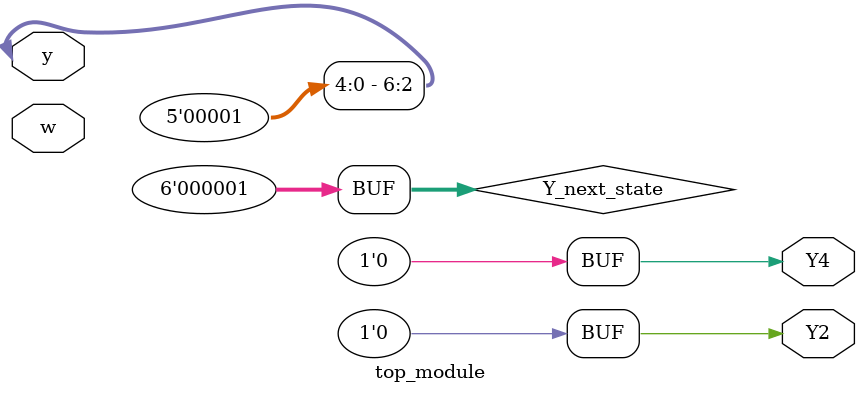
<source format=sv>
module top_module (
    input [6:1] y,
    input w,
    output Y2,
    output Y4
);
    wire[6:1] Y_next_state;
    
    assign Y_next_state[6:1] = 7'b000001;   // State A
    assign Y_next_state[6:1] = {1'b0, y[6:2]};   // State B
    assign Y_next_state[6:1] = 7'b000100;   // State C
    assign Y_next_state[6:1] = {1'b1, y[6:2]};   // State D
    assign Y_next_state[6:1] = 7'b001000;   // State E
    assign Y_next_state[6:1] = 7'b010000;   // State F
    
    assign Y2 = Y_next_state[5];
    assign Y4 = Y_next_state[3];
endmodule

</source>
